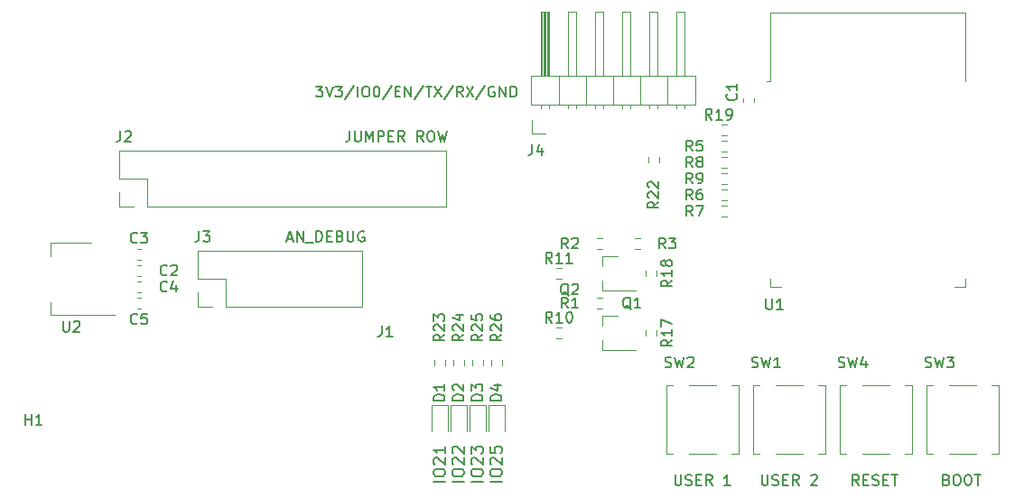
<source format=gbr>
%TF.GenerationSoftware,KiCad,Pcbnew,(5.99.0-9829-g074f0432f0)*%
%TF.CreationDate,2021-07-27T15:24:35+02:00*%
%TF.ProjectId,KM217-WiFi,4b4d3231-372d-4576-9946-692e6b696361,0.0.1*%
%TF.SameCoordinates,Original*%
%TF.FileFunction,Legend,Top*%
%TF.FilePolarity,Positive*%
%FSLAX46Y46*%
G04 Gerber Fmt 4.6, Leading zero omitted, Abs format (unit mm)*
G04 Created by KiCad (PCBNEW (5.99.0-9829-g074f0432f0)) date 2021-07-27 15:24:35*
%MOMM*%
%LPD*%
G01*
G04 APERTURE LIST*
%ADD10C,0.150000*%
%ADD11C,0.120000*%
G04 APERTURE END LIST*
D10*
X144494571Y-127341380D02*
X144494571Y-128150904D01*
X144542190Y-128246142D01*
X144589809Y-128293761D01*
X144685047Y-128341380D01*
X144875523Y-128341380D01*
X144970761Y-128293761D01*
X145018380Y-128246142D01*
X145066000Y-128150904D01*
X145066000Y-127341380D01*
X145494571Y-128293761D02*
X145637428Y-128341380D01*
X145875523Y-128341380D01*
X145970761Y-128293761D01*
X146018380Y-128246142D01*
X146066000Y-128150904D01*
X146066000Y-128055666D01*
X146018380Y-127960428D01*
X145970761Y-127912809D01*
X145875523Y-127865190D01*
X145685047Y-127817571D01*
X145589809Y-127769952D01*
X145542190Y-127722333D01*
X145494571Y-127627095D01*
X145494571Y-127531857D01*
X145542190Y-127436619D01*
X145589809Y-127389000D01*
X145685047Y-127341380D01*
X145923142Y-127341380D01*
X146066000Y-127389000D01*
X146494571Y-127817571D02*
X146827904Y-127817571D01*
X146970761Y-128341380D02*
X146494571Y-128341380D01*
X146494571Y-127341380D01*
X146970761Y-127341380D01*
X147970761Y-128341380D02*
X147637428Y-127865190D01*
X147399333Y-128341380D02*
X147399333Y-127341380D01*
X147780285Y-127341380D01*
X147875523Y-127389000D01*
X147923142Y-127436619D01*
X147970761Y-127531857D01*
X147970761Y-127674714D01*
X147923142Y-127769952D01*
X147875523Y-127817571D01*
X147780285Y-127865190D01*
X147399333Y-127865190D01*
X149113619Y-127436619D02*
X149161238Y-127389000D01*
X149256476Y-127341380D01*
X149494571Y-127341380D01*
X149589809Y-127389000D01*
X149637428Y-127436619D01*
X149685047Y-127531857D01*
X149685047Y-127627095D01*
X149637428Y-127769952D01*
X149066000Y-128341380D01*
X149685047Y-128341380D01*
X153614619Y-128341380D02*
X153281285Y-127865190D01*
X153043190Y-128341380D02*
X153043190Y-127341380D01*
X153424142Y-127341380D01*
X153519380Y-127389000D01*
X153567000Y-127436619D01*
X153614619Y-127531857D01*
X153614619Y-127674714D01*
X153567000Y-127769952D01*
X153519380Y-127817571D01*
X153424142Y-127865190D01*
X153043190Y-127865190D01*
X154043190Y-127817571D02*
X154376523Y-127817571D01*
X154519380Y-128341380D02*
X154043190Y-128341380D01*
X154043190Y-127341380D01*
X154519380Y-127341380D01*
X154900333Y-128293761D02*
X155043190Y-128341380D01*
X155281285Y-128341380D01*
X155376523Y-128293761D01*
X155424142Y-128246142D01*
X155471761Y-128150904D01*
X155471761Y-128055666D01*
X155424142Y-127960428D01*
X155376523Y-127912809D01*
X155281285Y-127865190D01*
X155090809Y-127817571D01*
X154995571Y-127769952D01*
X154947952Y-127722333D01*
X154900333Y-127627095D01*
X154900333Y-127531857D01*
X154947952Y-127436619D01*
X154995571Y-127389000D01*
X155090809Y-127341380D01*
X155328904Y-127341380D01*
X155471761Y-127389000D01*
X155900333Y-127817571D02*
X156233666Y-127817571D01*
X156376523Y-128341380D02*
X155900333Y-128341380D01*
X155900333Y-127341380D01*
X156376523Y-127341380D01*
X156662238Y-127341380D02*
X157233666Y-127341380D01*
X156947952Y-128341380D02*
X156947952Y-127341380D01*
X100012952Y-105195666D02*
X100489142Y-105195666D01*
X99917714Y-105481380D02*
X100251047Y-104481380D01*
X100584380Y-105481380D01*
X100917714Y-105481380D02*
X100917714Y-104481380D01*
X101489142Y-105481380D01*
X101489142Y-104481380D01*
X101727238Y-105576619D02*
X102489142Y-105576619D01*
X102727238Y-105481380D02*
X102727238Y-104481380D01*
X102965333Y-104481380D01*
X103108190Y-104529000D01*
X103203428Y-104624238D01*
X103251047Y-104719476D01*
X103298666Y-104909952D01*
X103298666Y-105052809D01*
X103251047Y-105243285D01*
X103203428Y-105338523D01*
X103108190Y-105433761D01*
X102965333Y-105481380D01*
X102727238Y-105481380D01*
X103727238Y-104957571D02*
X104060571Y-104957571D01*
X104203428Y-105481380D02*
X103727238Y-105481380D01*
X103727238Y-104481380D01*
X104203428Y-104481380D01*
X104965333Y-104957571D02*
X105108190Y-105005190D01*
X105155809Y-105052809D01*
X105203428Y-105148047D01*
X105203428Y-105290904D01*
X105155809Y-105386142D01*
X105108190Y-105433761D01*
X105012952Y-105481380D01*
X104632000Y-105481380D01*
X104632000Y-104481380D01*
X104965333Y-104481380D01*
X105060571Y-104529000D01*
X105108190Y-104576619D01*
X105155809Y-104671857D01*
X105155809Y-104767095D01*
X105108190Y-104862333D01*
X105060571Y-104909952D01*
X104965333Y-104957571D01*
X104632000Y-104957571D01*
X105632000Y-104481380D02*
X105632000Y-105290904D01*
X105679619Y-105386142D01*
X105727238Y-105433761D01*
X105822476Y-105481380D01*
X106012952Y-105481380D01*
X106108190Y-105433761D01*
X106155809Y-105386142D01*
X106203428Y-105290904D01*
X106203428Y-104481380D01*
X107203428Y-104529000D02*
X107108190Y-104481380D01*
X106965333Y-104481380D01*
X106822476Y-104529000D01*
X106727238Y-104624238D01*
X106679619Y-104719476D01*
X106632000Y-104909952D01*
X106632000Y-105052809D01*
X106679619Y-105243285D01*
X106727238Y-105338523D01*
X106822476Y-105433761D01*
X106965333Y-105481380D01*
X107060571Y-105481380D01*
X107203428Y-105433761D01*
X107251047Y-105386142D01*
X107251047Y-105052809D01*
X107060571Y-105052809D01*
X114808119Y-127988809D02*
X113708119Y-127988809D01*
X113708119Y-127255476D02*
X113708119Y-127045952D01*
X113760500Y-126941190D01*
X113865261Y-126836428D01*
X114074785Y-126784047D01*
X114441452Y-126784047D01*
X114650976Y-126836428D01*
X114755738Y-126941190D01*
X114808119Y-127045952D01*
X114808119Y-127255476D01*
X114755738Y-127360238D01*
X114650976Y-127465000D01*
X114441452Y-127517380D01*
X114074785Y-127517380D01*
X113865261Y-127465000D01*
X113760500Y-127360238D01*
X113708119Y-127255476D01*
X113812880Y-126365000D02*
X113760500Y-126312619D01*
X113708119Y-126207857D01*
X113708119Y-125945952D01*
X113760500Y-125841190D01*
X113812880Y-125788809D01*
X113917642Y-125736428D01*
X114022404Y-125736428D01*
X114179547Y-125788809D01*
X114808119Y-126417380D01*
X114808119Y-125736428D01*
X114808119Y-124688809D02*
X114808119Y-125317380D01*
X114808119Y-125003095D02*
X113708119Y-125003095D01*
X113865261Y-125107857D01*
X113970023Y-125212619D01*
X114022404Y-125317380D01*
X116579119Y-127988809D02*
X115479119Y-127988809D01*
X115479119Y-127255476D02*
X115479119Y-127045952D01*
X115531500Y-126941190D01*
X115636261Y-126836428D01*
X115845785Y-126784047D01*
X116212452Y-126784047D01*
X116421976Y-126836428D01*
X116526738Y-126941190D01*
X116579119Y-127045952D01*
X116579119Y-127255476D01*
X116526738Y-127360238D01*
X116421976Y-127465000D01*
X116212452Y-127517380D01*
X115845785Y-127517380D01*
X115636261Y-127465000D01*
X115531500Y-127360238D01*
X115479119Y-127255476D01*
X115583880Y-126365000D02*
X115531500Y-126312619D01*
X115479119Y-126207857D01*
X115479119Y-125945952D01*
X115531500Y-125841190D01*
X115583880Y-125788809D01*
X115688642Y-125736428D01*
X115793404Y-125736428D01*
X115950547Y-125788809D01*
X116579119Y-126417380D01*
X116579119Y-125736428D01*
X115583880Y-125317380D02*
X115531500Y-125265000D01*
X115479119Y-125160238D01*
X115479119Y-124898333D01*
X115531500Y-124793571D01*
X115583880Y-124741190D01*
X115688642Y-124688809D01*
X115793404Y-124688809D01*
X115950547Y-124741190D01*
X116579119Y-125369761D01*
X116579119Y-124688809D01*
X118350119Y-127988809D02*
X117250119Y-127988809D01*
X117250119Y-127255476D02*
X117250119Y-127045952D01*
X117302500Y-126941190D01*
X117407261Y-126836428D01*
X117616785Y-126784047D01*
X117983452Y-126784047D01*
X118192976Y-126836428D01*
X118297738Y-126941190D01*
X118350119Y-127045952D01*
X118350119Y-127255476D01*
X118297738Y-127360238D01*
X118192976Y-127465000D01*
X117983452Y-127517380D01*
X117616785Y-127517380D01*
X117407261Y-127465000D01*
X117302500Y-127360238D01*
X117250119Y-127255476D01*
X117354880Y-126365000D02*
X117302500Y-126312619D01*
X117250119Y-126207857D01*
X117250119Y-125945952D01*
X117302500Y-125841190D01*
X117354880Y-125788809D01*
X117459642Y-125736428D01*
X117564404Y-125736428D01*
X117721547Y-125788809D01*
X118350119Y-126417380D01*
X118350119Y-125736428D01*
X117250119Y-125369761D02*
X117250119Y-124688809D01*
X117669166Y-125055476D01*
X117669166Y-124898333D01*
X117721547Y-124793571D01*
X117773928Y-124741190D01*
X117878690Y-124688809D01*
X118140595Y-124688809D01*
X118245357Y-124741190D01*
X118297738Y-124793571D01*
X118350119Y-124898333D01*
X118350119Y-125212619D01*
X118297738Y-125317380D01*
X118245357Y-125369761D01*
X120121119Y-127988809D02*
X119021119Y-127988809D01*
X119021119Y-127255476D02*
X119021119Y-127045952D01*
X119073500Y-126941190D01*
X119178261Y-126836428D01*
X119387785Y-126784047D01*
X119754452Y-126784047D01*
X119963976Y-126836428D01*
X120068738Y-126941190D01*
X120121119Y-127045952D01*
X120121119Y-127255476D01*
X120068738Y-127360238D01*
X119963976Y-127465000D01*
X119754452Y-127517380D01*
X119387785Y-127517380D01*
X119178261Y-127465000D01*
X119073500Y-127360238D01*
X119021119Y-127255476D01*
X119125880Y-126365000D02*
X119073500Y-126312619D01*
X119021119Y-126207857D01*
X119021119Y-125945952D01*
X119073500Y-125841190D01*
X119125880Y-125788809D01*
X119230642Y-125736428D01*
X119335404Y-125736428D01*
X119492547Y-125788809D01*
X120121119Y-126417380D01*
X120121119Y-125736428D01*
X119021119Y-124741190D02*
X119021119Y-125265000D01*
X119544928Y-125317380D01*
X119492547Y-125265000D01*
X119440166Y-125160238D01*
X119440166Y-124898333D01*
X119492547Y-124793571D01*
X119544928Y-124741190D01*
X119649690Y-124688809D01*
X119911595Y-124688809D01*
X120016357Y-124741190D01*
X120068738Y-124793571D01*
X120121119Y-124898333D01*
X120121119Y-125160238D01*
X120068738Y-125265000D01*
X120016357Y-125317380D01*
X102712428Y-90892380D02*
X103331476Y-90892380D01*
X102998142Y-91273333D01*
X103141000Y-91273333D01*
X103236238Y-91320952D01*
X103283857Y-91368571D01*
X103331476Y-91463809D01*
X103331476Y-91701904D01*
X103283857Y-91797142D01*
X103236238Y-91844761D01*
X103141000Y-91892380D01*
X102855285Y-91892380D01*
X102760047Y-91844761D01*
X102712428Y-91797142D01*
X103617190Y-90892380D02*
X103950523Y-91892380D01*
X104283857Y-90892380D01*
X104521952Y-90892380D02*
X105141000Y-90892380D01*
X104807666Y-91273333D01*
X104950523Y-91273333D01*
X105045761Y-91320952D01*
X105093380Y-91368571D01*
X105141000Y-91463809D01*
X105141000Y-91701904D01*
X105093380Y-91797142D01*
X105045761Y-91844761D01*
X104950523Y-91892380D01*
X104664809Y-91892380D01*
X104569571Y-91844761D01*
X104521952Y-91797142D01*
X106283857Y-90844761D02*
X105426714Y-92130476D01*
X106617190Y-91892380D02*
X106617190Y-90892380D01*
X107283857Y-90892380D02*
X107474333Y-90892380D01*
X107569571Y-90940000D01*
X107664809Y-91035238D01*
X107712428Y-91225714D01*
X107712428Y-91559047D01*
X107664809Y-91749523D01*
X107569571Y-91844761D01*
X107474333Y-91892380D01*
X107283857Y-91892380D01*
X107188619Y-91844761D01*
X107093380Y-91749523D01*
X107045761Y-91559047D01*
X107045761Y-91225714D01*
X107093380Y-91035238D01*
X107188619Y-90940000D01*
X107283857Y-90892380D01*
X108331476Y-90892380D02*
X108426714Y-90892380D01*
X108521952Y-90940000D01*
X108569571Y-90987619D01*
X108617190Y-91082857D01*
X108664809Y-91273333D01*
X108664809Y-91511428D01*
X108617190Y-91701904D01*
X108569571Y-91797142D01*
X108521952Y-91844761D01*
X108426714Y-91892380D01*
X108331476Y-91892380D01*
X108236238Y-91844761D01*
X108188619Y-91797142D01*
X108141000Y-91701904D01*
X108093380Y-91511428D01*
X108093380Y-91273333D01*
X108141000Y-91082857D01*
X108188619Y-90987619D01*
X108236238Y-90940000D01*
X108331476Y-90892380D01*
X109807666Y-90844761D02*
X108950523Y-92130476D01*
X110141000Y-91368571D02*
X110474333Y-91368571D01*
X110617190Y-91892380D02*
X110141000Y-91892380D01*
X110141000Y-90892380D01*
X110617190Y-90892380D01*
X111045761Y-91892380D02*
X111045761Y-90892380D01*
X111617190Y-91892380D01*
X111617190Y-90892380D01*
X112807666Y-90844761D02*
X111950523Y-92130476D01*
X112998142Y-90892380D02*
X113569571Y-90892380D01*
X113283857Y-91892380D02*
X113283857Y-90892380D01*
X113807666Y-90892380D02*
X114474333Y-91892380D01*
X114474333Y-90892380D02*
X113807666Y-91892380D01*
X115569571Y-90844761D02*
X114712428Y-92130476D01*
X116474333Y-91892380D02*
X116141000Y-91416190D01*
X115902904Y-91892380D02*
X115902904Y-90892380D01*
X116283857Y-90892380D01*
X116379095Y-90940000D01*
X116426714Y-90987619D01*
X116474333Y-91082857D01*
X116474333Y-91225714D01*
X116426714Y-91320952D01*
X116379095Y-91368571D01*
X116283857Y-91416190D01*
X115902904Y-91416190D01*
X116807666Y-90892380D02*
X117474333Y-91892380D01*
X117474333Y-90892380D02*
X116807666Y-91892380D01*
X118569571Y-90844761D02*
X117712428Y-92130476D01*
X119426714Y-90940000D02*
X119331476Y-90892380D01*
X119188619Y-90892380D01*
X119045761Y-90940000D01*
X118950523Y-91035238D01*
X118902904Y-91130476D01*
X118855285Y-91320952D01*
X118855285Y-91463809D01*
X118902904Y-91654285D01*
X118950523Y-91749523D01*
X119045761Y-91844761D01*
X119188619Y-91892380D01*
X119283857Y-91892380D01*
X119426714Y-91844761D01*
X119474333Y-91797142D01*
X119474333Y-91463809D01*
X119283857Y-91463809D01*
X119902904Y-91892380D02*
X119902904Y-90892380D01*
X120474333Y-91892380D01*
X120474333Y-90892380D01*
X120950523Y-91892380D02*
X120950523Y-90892380D01*
X121188619Y-90892380D01*
X121331476Y-90940000D01*
X121426714Y-91035238D01*
X121474333Y-91130476D01*
X121521952Y-91320952D01*
X121521952Y-91463809D01*
X121474333Y-91654285D01*
X121426714Y-91749523D01*
X121331476Y-91844761D01*
X121188619Y-91892380D01*
X120950523Y-91892380D01*
X161837857Y-127817571D02*
X161980714Y-127865190D01*
X162028333Y-127912809D01*
X162075952Y-128008047D01*
X162075952Y-128150904D01*
X162028333Y-128246142D01*
X161980714Y-128293761D01*
X161885476Y-128341380D01*
X161504523Y-128341380D01*
X161504523Y-127341380D01*
X161837857Y-127341380D01*
X161933095Y-127389000D01*
X161980714Y-127436619D01*
X162028333Y-127531857D01*
X162028333Y-127627095D01*
X161980714Y-127722333D01*
X161933095Y-127769952D01*
X161837857Y-127817571D01*
X161504523Y-127817571D01*
X162695000Y-127341380D02*
X162885476Y-127341380D01*
X162980714Y-127389000D01*
X163075952Y-127484238D01*
X163123571Y-127674714D01*
X163123571Y-128008047D01*
X163075952Y-128198523D01*
X162980714Y-128293761D01*
X162885476Y-128341380D01*
X162695000Y-128341380D01*
X162599761Y-128293761D01*
X162504523Y-128198523D01*
X162456904Y-128008047D01*
X162456904Y-127674714D01*
X162504523Y-127484238D01*
X162599761Y-127389000D01*
X162695000Y-127341380D01*
X163742619Y-127341380D02*
X163933095Y-127341380D01*
X164028333Y-127389000D01*
X164123571Y-127484238D01*
X164171190Y-127674714D01*
X164171190Y-128008047D01*
X164123571Y-128198523D01*
X164028333Y-128293761D01*
X163933095Y-128341380D01*
X163742619Y-128341380D01*
X163647380Y-128293761D01*
X163552142Y-128198523D01*
X163504523Y-128008047D01*
X163504523Y-127674714D01*
X163552142Y-127484238D01*
X163647380Y-127389000D01*
X163742619Y-127341380D01*
X164456904Y-127341380D02*
X165028333Y-127341380D01*
X164742619Y-128341380D02*
X164742619Y-127341380D01*
X105855047Y-95083380D02*
X105855047Y-95797666D01*
X105807428Y-95940523D01*
X105712190Y-96035761D01*
X105569333Y-96083380D01*
X105474095Y-96083380D01*
X106331238Y-95083380D02*
X106331238Y-95892904D01*
X106378857Y-95988142D01*
X106426476Y-96035761D01*
X106521714Y-96083380D01*
X106712190Y-96083380D01*
X106807428Y-96035761D01*
X106855047Y-95988142D01*
X106902666Y-95892904D01*
X106902666Y-95083380D01*
X107378857Y-96083380D02*
X107378857Y-95083380D01*
X107712190Y-95797666D01*
X108045523Y-95083380D01*
X108045523Y-96083380D01*
X108521714Y-96083380D02*
X108521714Y-95083380D01*
X108902666Y-95083380D01*
X108997904Y-95131000D01*
X109045523Y-95178619D01*
X109093142Y-95273857D01*
X109093142Y-95416714D01*
X109045523Y-95511952D01*
X108997904Y-95559571D01*
X108902666Y-95607190D01*
X108521714Y-95607190D01*
X109521714Y-95559571D02*
X109855047Y-95559571D01*
X109997904Y-96083380D02*
X109521714Y-96083380D01*
X109521714Y-95083380D01*
X109997904Y-95083380D01*
X110997904Y-96083380D02*
X110664571Y-95607190D01*
X110426476Y-96083380D02*
X110426476Y-95083380D01*
X110807428Y-95083380D01*
X110902666Y-95131000D01*
X110950285Y-95178619D01*
X110997904Y-95273857D01*
X110997904Y-95416714D01*
X110950285Y-95511952D01*
X110902666Y-95559571D01*
X110807428Y-95607190D01*
X110426476Y-95607190D01*
X112759809Y-96083380D02*
X112426476Y-95607190D01*
X112188380Y-96083380D02*
X112188380Y-95083380D01*
X112569333Y-95083380D01*
X112664571Y-95131000D01*
X112712190Y-95178619D01*
X112759809Y-95273857D01*
X112759809Y-95416714D01*
X112712190Y-95511952D01*
X112664571Y-95559571D01*
X112569333Y-95607190D01*
X112188380Y-95607190D01*
X113378857Y-95083380D02*
X113569333Y-95083380D01*
X113664571Y-95131000D01*
X113759809Y-95226238D01*
X113807428Y-95416714D01*
X113807428Y-95750047D01*
X113759809Y-95940523D01*
X113664571Y-96035761D01*
X113569333Y-96083380D01*
X113378857Y-96083380D01*
X113283619Y-96035761D01*
X113188380Y-95940523D01*
X113140761Y-95750047D01*
X113140761Y-95416714D01*
X113188380Y-95226238D01*
X113283619Y-95131000D01*
X113378857Y-95083380D01*
X114140761Y-95083380D02*
X114378857Y-96083380D01*
X114569333Y-95369095D01*
X114759809Y-96083380D01*
X114997904Y-95083380D01*
X136366571Y-127341380D02*
X136366571Y-128150904D01*
X136414190Y-128246142D01*
X136461809Y-128293761D01*
X136557047Y-128341380D01*
X136747523Y-128341380D01*
X136842761Y-128293761D01*
X136890380Y-128246142D01*
X136938000Y-128150904D01*
X136938000Y-127341380D01*
X137366571Y-128293761D02*
X137509428Y-128341380D01*
X137747523Y-128341380D01*
X137842761Y-128293761D01*
X137890380Y-128246142D01*
X137938000Y-128150904D01*
X137938000Y-128055666D01*
X137890380Y-127960428D01*
X137842761Y-127912809D01*
X137747523Y-127865190D01*
X137557047Y-127817571D01*
X137461809Y-127769952D01*
X137414190Y-127722333D01*
X137366571Y-127627095D01*
X137366571Y-127531857D01*
X137414190Y-127436619D01*
X137461809Y-127389000D01*
X137557047Y-127341380D01*
X137795142Y-127341380D01*
X137938000Y-127389000D01*
X138366571Y-127817571D02*
X138699904Y-127817571D01*
X138842761Y-128341380D02*
X138366571Y-128341380D01*
X138366571Y-127341380D01*
X138842761Y-127341380D01*
X139842761Y-128341380D02*
X139509428Y-127865190D01*
X139271333Y-128341380D02*
X139271333Y-127341380D01*
X139652285Y-127341380D01*
X139747523Y-127389000D01*
X139795142Y-127436619D01*
X139842761Y-127531857D01*
X139842761Y-127674714D01*
X139795142Y-127769952D01*
X139747523Y-127817571D01*
X139652285Y-127865190D01*
X139271333Y-127865190D01*
X141557047Y-128341380D02*
X140985619Y-128341380D01*
X141271333Y-128341380D02*
X141271333Y-127341380D01*
X141176095Y-127484238D01*
X141080857Y-127579476D01*
X140985619Y-127627095D01*
%TO.C,J1*%
X108886666Y-113371380D02*
X108886666Y-114085666D01*
X108839047Y-114228523D01*
X108743809Y-114323761D01*
X108600952Y-114371380D01*
X108505714Y-114371380D01*
X109886666Y-114371380D02*
X109315238Y-114371380D01*
X109600952Y-114371380D02*
X109600952Y-113371380D01*
X109505714Y-113514238D01*
X109410476Y-113609476D01*
X109315238Y-113657095D01*
%TO.C,R2*%
X126325333Y-106116380D02*
X125992000Y-105640190D01*
X125753904Y-106116380D02*
X125753904Y-105116380D01*
X126134857Y-105116380D01*
X126230095Y-105164000D01*
X126277714Y-105211619D01*
X126325333Y-105306857D01*
X126325333Y-105449714D01*
X126277714Y-105544952D01*
X126230095Y-105592571D01*
X126134857Y-105640190D01*
X125753904Y-105640190D01*
X126706285Y-105211619D02*
X126753904Y-105164000D01*
X126849142Y-105116380D01*
X127087238Y-105116380D01*
X127182476Y-105164000D01*
X127230095Y-105211619D01*
X127277714Y-105306857D01*
X127277714Y-105402095D01*
X127230095Y-105544952D01*
X126658666Y-106116380D01*
X127277714Y-106116380D01*
%TO.C,R8*%
X138009333Y-98496380D02*
X137676000Y-98020190D01*
X137437904Y-98496380D02*
X137437904Y-97496380D01*
X137818857Y-97496380D01*
X137914095Y-97544000D01*
X137961714Y-97591619D01*
X138009333Y-97686857D01*
X138009333Y-97829714D01*
X137961714Y-97924952D01*
X137914095Y-97972571D01*
X137818857Y-98020190D01*
X137437904Y-98020190D01*
X138580761Y-97924952D02*
X138485523Y-97877333D01*
X138437904Y-97829714D01*
X138390285Y-97734476D01*
X138390285Y-97686857D01*
X138437904Y-97591619D01*
X138485523Y-97544000D01*
X138580761Y-97496380D01*
X138771238Y-97496380D01*
X138866476Y-97544000D01*
X138914095Y-97591619D01*
X138961714Y-97686857D01*
X138961714Y-97734476D01*
X138914095Y-97829714D01*
X138866476Y-97877333D01*
X138771238Y-97924952D01*
X138580761Y-97924952D01*
X138485523Y-97972571D01*
X138437904Y-98020190D01*
X138390285Y-98115428D01*
X138390285Y-98305904D01*
X138437904Y-98401142D01*
X138485523Y-98448761D01*
X138580761Y-98496380D01*
X138771238Y-98496380D01*
X138866476Y-98448761D01*
X138914095Y-98401142D01*
X138961714Y-98305904D01*
X138961714Y-98115428D01*
X138914095Y-98020190D01*
X138866476Y-97972571D01*
X138771238Y-97924952D01*
%TO.C,SW2*%
X135445666Y-117244761D02*
X135588523Y-117292380D01*
X135826619Y-117292380D01*
X135921857Y-117244761D01*
X135969476Y-117197142D01*
X136017095Y-117101904D01*
X136017095Y-117006666D01*
X135969476Y-116911428D01*
X135921857Y-116863809D01*
X135826619Y-116816190D01*
X135636142Y-116768571D01*
X135540904Y-116720952D01*
X135493285Y-116673333D01*
X135445666Y-116578095D01*
X135445666Y-116482857D01*
X135493285Y-116387619D01*
X135540904Y-116340000D01*
X135636142Y-116292380D01*
X135874238Y-116292380D01*
X136017095Y-116340000D01*
X136350428Y-116292380D02*
X136588523Y-117292380D01*
X136779000Y-116578095D01*
X136969476Y-117292380D01*
X137207571Y-116292380D01*
X137540904Y-116387619D02*
X137588523Y-116340000D01*
X137683761Y-116292380D01*
X137921857Y-116292380D01*
X138017095Y-116340000D01*
X138064714Y-116387619D01*
X138112333Y-116482857D01*
X138112333Y-116578095D01*
X138064714Y-116720952D01*
X137493285Y-117292380D01*
X138112333Y-117292380D01*
%TO.C,C5*%
X85939333Y-113133142D02*
X85891714Y-113180761D01*
X85748857Y-113228380D01*
X85653619Y-113228380D01*
X85510761Y-113180761D01*
X85415523Y-113085523D01*
X85367904Y-112990285D01*
X85320285Y-112799809D01*
X85320285Y-112656952D01*
X85367904Y-112466476D01*
X85415523Y-112371238D01*
X85510761Y-112276000D01*
X85653619Y-112228380D01*
X85748857Y-112228380D01*
X85891714Y-112276000D01*
X85939333Y-112323619D01*
X86844095Y-112228380D02*
X86367904Y-112228380D01*
X86320285Y-112704571D01*
X86367904Y-112656952D01*
X86463142Y-112609333D01*
X86701238Y-112609333D01*
X86796476Y-112656952D01*
X86844095Y-112704571D01*
X86891714Y-112799809D01*
X86891714Y-113037904D01*
X86844095Y-113133142D01*
X86796476Y-113180761D01*
X86701238Y-113228380D01*
X86463142Y-113228380D01*
X86367904Y-113180761D01*
X86320285Y-113133142D01*
%TO.C,D1*%
X114752380Y-120372095D02*
X113752380Y-120372095D01*
X113752380Y-120134000D01*
X113800000Y-119991142D01*
X113895238Y-119895904D01*
X113990476Y-119848285D01*
X114180952Y-119800666D01*
X114323809Y-119800666D01*
X114514285Y-119848285D01*
X114609523Y-119895904D01*
X114704761Y-119991142D01*
X114752380Y-120134000D01*
X114752380Y-120372095D01*
X114752380Y-118848285D02*
X114752380Y-119419714D01*
X114752380Y-119134000D02*
X113752380Y-119134000D01*
X113895238Y-119229238D01*
X113990476Y-119324476D01*
X114038095Y-119419714D01*
%TO.C,R10*%
X124833142Y-113068380D02*
X124499809Y-112592190D01*
X124261714Y-113068380D02*
X124261714Y-112068380D01*
X124642666Y-112068380D01*
X124737904Y-112116000D01*
X124785523Y-112163619D01*
X124833142Y-112258857D01*
X124833142Y-112401714D01*
X124785523Y-112496952D01*
X124737904Y-112544571D01*
X124642666Y-112592190D01*
X124261714Y-112592190D01*
X125785523Y-113068380D02*
X125214095Y-113068380D01*
X125499809Y-113068380D02*
X125499809Y-112068380D01*
X125404571Y-112211238D01*
X125309333Y-112306476D01*
X125214095Y-112354095D01*
X126404571Y-112068380D02*
X126499809Y-112068380D01*
X126595047Y-112116000D01*
X126642666Y-112163619D01*
X126690285Y-112258857D01*
X126737904Y-112449333D01*
X126737904Y-112687428D01*
X126690285Y-112877904D01*
X126642666Y-112973142D01*
X126595047Y-113020761D01*
X126499809Y-113068380D01*
X126404571Y-113068380D01*
X126309333Y-113020761D01*
X126261714Y-112973142D01*
X126214095Y-112877904D01*
X126166476Y-112687428D01*
X126166476Y-112449333D01*
X126214095Y-112258857D01*
X126261714Y-112163619D01*
X126309333Y-112116000D01*
X126404571Y-112068380D01*
%TO.C,H1*%
X75438095Y-122652380D02*
X75438095Y-121652380D01*
X75438095Y-122128571D02*
X76009523Y-122128571D01*
X76009523Y-122652380D02*
X76009523Y-121652380D01*
X77009523Y-122652380D02*
X76438095Y-122652380D01*
X76723809Y-122652380D02*
X76723809Y-121652380D01*
X76628571Y-121795238D01*
X76533333Y-121890476D01*
X76438095Y-121938095D01*
%TO.C,R11*%
X124833142Y-107480380D02*
X124499809Y-107004190D01*
X124261714Y-107480380D02*
X124261714Y-106480380D01*
X124642666Y-106480380D01*
X124737904Y-106528000D01*
X124785523Y-106575619D01*
X124833142Y-106670857D01*
X124833142Y-106813714D01*
X124785523Y-106908952D01*
X124737904Y-106956571D01*
X124642666Y-107004190D01*
X124261714Y-107004190D01*
X125785523Y-107480380D02*
X125214095Y-107480380D01*
X125499809Y-107480380D02*
X125499809Y-106480380D01*
X125404571Y-106623238D01*
X125309333Y-106718476D01*
X125214095Y-106766095D01*
X126737904Y-107480380D02*
X126166476Y-107480380D01*
X126452190Y-107480380D02*
X126452190Y-106480380D01*
X126356952Y-106623238D01*
X126261714Y-106718476D01*
X126166476Y-106766095D01*
%TO.C,Q2*%
X126396761Y-110529619D02*
X126301523Y-110482000D01*
X126206285Y-110386761D01*
X126063428Y-110243904D01*
X125968190Y-110196285D01*
X125872952Y-110196285D01*
X125920571Y-110434380D02*
X125825333Y-110386761D01*
X125730095Y-110291523D01*
X125682476Y-110101047D01*
X125682476Y-109767714D01*
X125730095Y-109577238D01*
X125825333Y-109482000D01*
X125920571Y-109434380D01*
X126111047Y-109434380D01*
X126206285Y-109482000D01*
X126301523Y-109577238D01*
X126349142Y-109767714D01*
X126349142Y-110101047D01*
X126301523Y-110291523D01*
X126206285Y-110386761D01*
X126111047Y-110434380D01*
X125920571Y-110434380D01*
X126730095Y-109529619D02*
X126777714Y-109482000D01*
X126872952Y-109434380D01*
X127111047Y-109434380D01*
X127206285Y-109482000D01*
X127253904Y-109529619D01*
X127301523Y-109624857D01*
X127301523Y-109720095D01*
X127253904Y-109862952D01*
X126682476Y-110434380D01*
X127301523Y-110434380D01*
%TO.C,R24*%
X116530380Y-114180857D02*
X116054190Y-114514190D01*
X116530380Y-114752285D02*
X115530380Y-114752285D01*
X115530380Y-114371333D01*
X115578000Y-114276095D01*
X115625619Y-114228476D01*
X115720857Y-114180857D01*
X115863714Y-114180857D01*
X115958952Y-114228476D01*
X116006571Y-114276095D01*
X116054190Y-114371333D01*
X116054190Y-114752285D01*
X115625619Y-113799904D02*
X115578000Y-113752285D01*
X115530380Y-113657047D01*
X115530380Y-113418952D01*
X115578000Y-113323714D01*
X115625619Y-113276095D01*
X115720857Y-113228476D01*
X115816095Y-113228476D01*
X115958952Y-113276095D01*
X116530380Y-113847523D01*
X116530380Y-113228476D01*
X115863714Y-112371333D02*
X116530380Y-112371333D01*
X115482761Y-112609428D02*
X116197047Y-112847523D01*
X116197047Y-112228476D01*
%TO.C,R1*%
X126325333Y-111704380D02*
X125992000Y-111228190D01*
X125753904Y-111704380D02*
X125753904Y-110704380D01*
X126134857Y-110704380D01*
X126230095Y-110752000D01*
X126277714Y-110799619D01*
X126325333Y-110894857D01*
X126325333Y-111037714D01*
X126277714Y-111132952D01*
X126230095Y-111180571D01*
X126134857Y-111228190D01*
X125753904Y-111228190D01*
X127277714Y-111704380D02*
X126706285Y-111704380D01*
X126992000Y-111704380D02*
X126992000Y-110704380D01*
X126896761Y-110847238D01*
X126801523Y-110942476D01*
X126706285Y-110990095D01*
%TO.C,J2*%
X84375666Y-95083380D02*
X84375666Y-95797666D01*
X84328047Y-95940523D01*
X84232809Y-96035761D01*
X84089952Y-96083380D01*
X83994714Y-96083380D01*
X84804238Y-95178619D02*
X84851857Y-95131000D01*
X84947095Y-95083380D01*
X85185190Y-95083380D01*
X85280428Y-95131000D01*
X85328047Y-95178619D01*
X85375666Y-95273857D01*
X85375666Y-95369095D01*
X85328047Y-95511952D01*
X84756619Y-96083380D01*
X85375666Y-96083380D01*
%TO.C,Q1*%
X132238761Y-111799619D02*
X132143523Y-111752000D01*
X132048285Y-111656761D01*
X131905428Y-111513904D01*
X131810190Y-111466285D01*
X131714952Y-111466285D01*
X131762571Y-111704380D02*
X131667333Y-111656761D01*
X131572095Y-111561523D01*
X131524476Y-111371047D01*
X131524476Y-111037714D01*
X131572095Y-110847238D01*
X131667333Y-110752000D01*
X131762571Y-110704380D01*
X131953047Y-110704380D01*
X132048285Y-110752000D01*
X132143523Y-110847238D01*
X132191142Y-111037714D01*
X132191142Y-111371047D01*
X132143523Y-111561523D01*
X132048285Y-111656761D01*
X131953047Y-111704380D01*
X131762571Y-111704380D01*
X133143523Y-111704380D02*
X132572095Y-111704380D01*
X132857809Y-111704380D02*
X132857809Y-110704380D01*
X132762571Y-110847238D01*
X132667333Y-110942476D01*
X132572095Y-110990095D01*
%TO.C,R3*%
X135469333Y-106116380D02*
X135136000Y-105640190D01*
X134897904Y-106116380D02*
X134897904Y-105116380D01*
X135278857Y-105116380D01*
X135374095Y-105164000D01*
X135421714Y-105211619D01*
X135469333Y-105306857D01*
X135469333Y-105449714D01*
X135421714Y-105544952D01*
X135374095Y-105592571D01*
X135278857Y-105640190D01*
X134897904Y-105640190D01*
X135802666Y-105116380D02*
X136421714Y-105116380D01*
X136088380Y-105497333D01*
X136231238Y-105497333D01*
X136326476Y-105544952D01*
X136374095Y-105592571D01*
X136421714Y-105687809D01*
X136421714Y-105925904D01*
X136374095Y-106021142D01*
X136326476Y-106068761D01*
X136231238Y-106116380D01*
X135945523Y-106116380D01*
X135850285Y-106068761D01*
X135802666Y-106021142D01*
%TO.C,R5*%
X138009333Y-96972380D02*
X137676000Y-96496190D01*
X137437904Y-96972380D02*
X137437904Y-95972380D01*
X137818857Y-95972380D01*
X137914095Y-96020000D01*
X137961714Y-96067619D01*
X138009333Y-96162857D01*
X138009333Y-96305714D01*
X137961714Y-96400952D01*
X137914095Y-96448571D01*
X137818857Y-96496190D01*
X137437904Y-96496190D01*
X138914095Y-95972380D02*
X138437904Y-95972380D01*
X138390285Y-96448571D01*
X138437904Y-96400952D01*
X138533142Y-96353333D01*
X138771238Y-96353333D01*
X138866476Y-96400952D01*
X138914095Y-96448571D01*
X138961714Y-96543809D01*
X138961714Y-96781904D01*
X138914095Y-96877142D01*
X138866476Y-96924761D01*
X138771238Y-96972380D01*
X138533142Y-96972380D01*
X138437904Y-96924761D01*
X138390285Y-96877142D01*
%TO.C,D4*%
X120086380Y-120372095D02*
X119086380Y-120372095D01*
X119086380Y-120134000D01*
X119134000Y-119991142D01*
X119229238Y-119895904D01*
X119324476Y-119848285D01*
X119514952Y-119800666D01*
X119657809Y-119800666D01*
X119848285Y-119848285D01*
X119943523Y-119895904D01*
X120038761Y-119991142D01*
X120086380Y-120134000D01*
X120086380Y-120372095D01*
X119419714Y-118943523D02*
X120086380Y-118943523D01*
X119038761Y-119181619D02*
X119753047Y-119419714D01*
X119753047Y-118800666D01*
%TO.C,R17*%
X136088380Y-114688857D02*
X135612190Y-115022190D01*
X136088380Y-115260285D02*
X135088380Y-115260285D01*
X135088380Y-114879333D01*
X135136000Y-114784095D01*
X135183619Y-114736476D01*
X135278857Y-114688857D01*
X135421714Y-114688857D01*
X135516952Y-114736476D01*
X135564571Y-114784095D01*
X135612190Y-114879333D01*
X135612190Y-115260285D01*
X136088380Y-113736476D02*
X136088380Y-114307904D01*
X136088380Y-114022190D02*
X135088380Y-114022190D01*
X135231238Y-114117428D01*
X135326476Y-114212666D01*
X135374095Y-114307904D01*
X135088380Y-113403142D02*
X135088380Y-112736476D01*
X136088380Y-113165047D01*
%TO.C,D3*%
X118308380Y-120372095D02*
X117308380Y-120372095D01*
X117308380Y-120134000D01*
X117356000Y-119991142D01*
X117451238Y-119895904D01*
X117546476Y-119848285D01*
X117736952Y-119800666D01*
X117879809Y-119800666D01*
X118070285Y-119848285D01*
X118165523Y-119895904D01*
X118260761Y-119991142D01*
X118308380Y-120134000D01*
X118308380Y-120372095D01*
X117308380Y-119467333D02*
X117308380Y-118848285D01*
X117689333Y-119181619D01*
X117689333Y-119038761D01*
X117736952Y-118943523D01*
X117784571Y-118895904D01*
X117879809Y-118848285D01*
X118117904Y-118848285D01*
X118213142Y-118895904D01*
X118260761Y-118943523D01*
X118308380Y-119038761D01*
X118308380Y-119324476D01*
X118260761Y-119419714D01*
X118213142Y-119467333D01*
%TO.C,SW1*%
X143573666Y-117244761D02*
X143716523Y-117292380D01*
X143954619Y-117292380D01*
X144049857Y-117244761D01*
X144097476Y-117197142D01*
X144145095Y-117101904D01*
X144145095Y-117006666D01*
X144097476Y-116911428D01*
X144049857Y-116863809D01*
X143954619Y-116816190D01*
X143764142Y-116768571D01*
X143668904Y-116720952D01*
X143621285Y-116673333D01*
X143573666Y-116578095D01*
X143573666Y-116482857D01*
X143621285Y-116387619D01*
X143668904Y-116340000D01*
X143764142Y-116292380D01*
X144002238Y-116292380D01*
X144145095Y-116340000D01*
X144478428Y-116292380D02*
X144716523Y-117292380D01*
X144907000Y-116578095D01*
X145097476Y-117292380D01*
X145335571Y-116292380D01*
X146240333Y-117292380D02*
X145668904Y-117292380D01*
X145954619Y-117292380D02*
X145954619Y-116292380D01*
X145859380Y-116435238D01*
X145764142Y-116530476D01*
X145668904Y-116578095D01*
%TO.C,R18*%
X136088380Y-109100857D02*
X135612190Y-109434190D01*
X136088380Y-109672285D02*
X135088380Y-109672285D01*
X135088380Y-109291333D01*
X135136000Y-109196095D01*
X135183619Y-109148476D01*
X135278857Y-109100857D01*
X135421714Y-109100857D01*
X135516952Y-109148476D01*
X135564571Y-109196095D01*
X135612190Y-109291333D01*
X135612190Y-109672285D01*
X136088380Y-108148476D02*
X136088380Y-108719904D01*
X136088380Y-108434190D02*
X135088380Y-108434190D01*
X135231238Y-108529428D01*
X135326476Y-108624666D01*
X135374095Y-108719904D01*
X135516952Y-107577047D02*
X135469333Y-107672285D01*
X135421714Y-107719904D01*
X135326476Y-107767523D01*
X135278857Y-107767523D01*
X135183619Y-107719904D01*
X135136000Y-107672285D01*
X135088380Y-107577047D01*
X135088380Y-107386571D01*
X135136000Y-107291333D01*
X135183619Y-107243714D01*
X135278857Y-107196095D01*
X135326476Y-107196095D01*
X135421714Y-107243714D01*
X135469333Y-107291333D01*
X135516952Y-107386571D01*
X135516952Y-107577047D01*
X135564571Y-107672285D01*
X135612190Y-107719904D01*
X135707428Y-107767523D01*
X135897904Y-107767523D01*
X135993142Y-107719904D01*
X136040761Y-107672285D01*
X136088380Y-107577047D01*
X136088380Y-107386571D01*
X136040761Y-107291333D01*
X135993142Y-107243714D01*
X135897904Y-107196095D01*
X135707428Y-107196095D01*
X135612190Y-107243714D01*
X135564571Y-107291333D01*
X135516952Y-107386571D01*
%TO.C,R25*%
X118308380Y-114180857D02*
X117832190Y-114514190D01*
X118308380Y-114752285D02*
X117308380Y-114752285D01*
X117308380Y-114371333D01*
X117356000Y-114276095D01*
X117403619Y-114228476D01*
X117498857Y-114180857D01*
X117641714Y-114180857D01*
X117736952Y-114228476D01*
X117784571Y-114276095D01*
X117832190Y-114371333D01*
X117832190Y-114752285D01*
X117403619Y-113799904D02*
X117356000Y-113752285D01*
X117308380Y-113657047D01*
X117308380Y-113418952D01*
X117356000Y-113323714D01*
X117403619Y-113276095D01*
X117498857Y-113228476D01*
X117594095Y-113228476D01*
X117736952Y-113276095D01*
X118308380Y-113847523D01*
X118308380Y-113228476D01*
X117308380Y-112323714D02*
X117308380Y-112799904D01*
X117784571Y-112847523D01*
X117736952Y-112799904D01*
X117689333Y-112704666D01*
X117689333Y-112466571D01*
X117736952Y-112371333D01*
X117784571Y-112323714D01*
X117879809Y-112276095D01*
X118117904Y-112276095D01*
X118213142Y-112323714D01*
X118260761Y-112371333D01*
X118308380Y-112466571D01*
X118308380Y-112704666D01*
X118260761Y-112799904D01*
X118213142Y-112847523D01*
%TO.C,C4*%
X88733333Y-110085142D02*
X88685714Y-110132761D01*
X88542857Y-110180380D01*
X88447619Y-110180380D01*
X88304761Y-110132761D01*
X88209523Y-110037523D01*
X88161904Y-109942285D01*
X88114285Y-109751809D01*
X88114285Y-109608952D01*
X88161904Y-109418476D01*
X88209523Y-109323238D01*
X88304761Y-109228000D01*
X88447619Y-109180380D01*
X88542857Y-109180380D01*
X88685714Y-109228000D01*
X88733333Y-109275619D01*
X89590476Y-109513714D02*
X89590476Y-110180380D01*
X89352380Y-109132761D02*
X89114285Y-109847047D01*
X89733333Y-109847047D01*
%TO.C,SW3*%
X159829666Y-117244761D02*
X159972523Y-117292380D01*
X160210619Y-117292380D01*
X160305857Y-117244761D01*
X160353476Y-117197142D01*
X160401095Y-117101904D01*
X160401095Y-117006666D01*
X160353476Y-116911428D01*
X160305857Y-116863809D01*
X160210619Y-116816190D01*
X160020142Y-116768571D01*
X159924904Y-116720952D01*
X159877285Y-116673333D01*
X159829666Y-116578095D01*
X159829666Y-116482857D01*
X159877285Y-116387619D01*
X159924904Y-116340000D01*
X160020142Y-116292380D01*
X160258238Y-116292380D01*
X160401095Y-116340000D01*
X160734428Y-116292380D02*
X160972523Y-117292380D01*
X161163000Y-116578095D01*
X161353476Y-117292380D01*
X161591571Y-116292380D01*
X161877285Y-116292380D02*
X162496333Y-116292380D01*
X162163000Y-116673333D01*
X162305857Y-116673333D01*
X162401095Y-116720952D01*
X162448714Y-116768571D01*
X162496333Y-116863809D01*
X162496333Y-117101904D01*
X162448714Y-117197142D01*
X162401095Y-117244761D01*
X162305857Y-117292380D01*
X162020142Y-117292380D01*
X161924904Y-117244761D01*
X161877285Y-117197142D01*
%TO.C,U2*%
X78994095Y-112918380D02*
X78994095Y-113727904D01*
X79041714Y-113823142D01*
X79089333Y-113870761D01*
X79184571Y-113918380D01*
X79375047Y-113918380D01*
X79470285Y-113870761D01*
X79517904Y-113823142D01*
X79565523Y-113727904D01*
X79565523Y-112918380D01*
X79994095Y-113013619D02*
X80041714Y-112966000D01*
X80136952Y-112918380D01*
X80375047Y-112918380D01*
X80470285Y-112966000D01*
X80517904Y-113013619D01*
X80565523Y-113108857D01*
X80565523Y-113204095D01*
X80517904Y-113346952D01*
X79946476Y-113918380D01*
X80565523Y-113918380D01*
%TO.C,R7*%
X138009333Y-103068380D02*
X137676000Y-102592190D01*
X137437904Y-103068380D02*
X137437904Y-102068380D01*
X137818857Y-102068380D01*
X137914095Y-102116000D01*
X137961714Y-102163619D01*
X138009333Y-102258857D01*
X138009333Y-102401714D01*
X137961714Y-102496952D01*
X137914095Y-102544571D01*
X137818857Y-102592190D01*
X137437904Y-102592190D01*
X138342666Y-102068380D02*
X139009333Y-102068380D01*
X138580761Y-103068380D01*
%TO.C,SW4*%
X151701666Y-117244761D02*
X151844523Y-117292380D01*
X152082619Y-117292380D01*
X152177857Y-117244761D01*
X152225476Y-117197142D01*
X152273095Y-117101904D01*
X152273095Y-117006666D01*
X152225476Y-116911428D01*
X152177857Y-116863809D01*
X152082619Y-116816190D01*
X151892142Y-116768571D01*
X151796904Y-116720952D01*
X151749285Y-116673333D01*
X151701666Y-116578095D01*
X151701666Y-116482857D01*
X151749285Y-116387619D01*
X151796904Y-116340000D01*
X151892142Y-116292380D01*
X152130238Y-116292380D01*
X152273095Y-116340000D01*
X152606428Y-116292380D02*
X152844523Y-117292380D01*
X153035000Y-116578095D01*
X153225476Y-117292380D01*
X153463571Y-116292380D01*
X154273095Y-116625714D02*
X154273095Y-117292380D01*
X154035000Y-116244761D02*
X153796904Y-116959047D01*
X154415952Y-116959047D01*
%TO.C,C1*%
X142089142Y-91606666D02*
X142136761Y-91654285D01*
X142184380Y-91797142D01*
X142184380Y-91892380D01*
X142136761Y-92035238D01*
X142041523Y-92130476D01*
X141946285Y-92178095D01*
X141755809Y-92225714D01*
X141612952Y-92225714D01*
X141422476Y-92178095D01*
X141327238Y-92130476D01*
X141232000Y-92035238D01*
X141184380Y-91892380D01*
X141184380Y-91797142D01*
X141232000Y-91654285D01*
X141279619Y-91606666D01*
X142184380Y-90654285D02*
X142184380Y-91225714D01*
X142184380Y-90940000D02*
X141184380Y-90940000D01*
X141327238Y-91035238D01*
X141422476Y-91130476D01*
X141470095Y-91225714D01*
%TO.C,J3*%
X91741666Y-104481380D02*
X91741666Y-105195666D01*
X91694047Y-105338523D01*
X91598809Y-105433761D01*
X91455952Y-105481380D01*
X91360714Y-105481380D01*
X92122619Y-104481380D02*
X92741666Y-104481380D01*
X92408333Y-104862333D01*
X92551190Y-104862333D01*
X92646428Y-104909952D01*
X92694047Y-104957571D01*
X92741666Y-105052809D01*
X92741666Y-105290904D01*
X92694047Y-105386142D01*
X92646428Y-105433761D01*
X92551190Y-105481380D01*
X92265476Y-105481380D01*
X92170238Y-105433761D01*
X92122619Y-105386142D01*
%TO.C,R6*%
X138009333Y-101544380D02*
X137676000Y-101068190D01*
X137437904Y-101544380D02*
X137437904Y-100544380D01*
X137818857Y-100544380D01*
X137914095Y-100592000D01*
X137961714Y-100639619D01*
X138009333Y-100734857D01*
X138009333Y-100877714D01*
X137961714Y-100972952D01*
X137914095Y-101020571D01*
X137818857Y-101068190D01*
X137437904Y-101068190D01*
X138866476Y-100544380D02*
X138676000Y-100544380D01*
X138580761Y-100592000D01*
X138533142Y-100639619D01*
X138437904Y-100782476D01*
X138390285Y-100972952D01*
X138390285Y-101353904D01*
X138437904Y-101449142D01*
X138485523Y-101496761D01*
X138580761Y-101544380D01*
X138771238Y-101544380D01*
X138866476Y-101496761D01*
X138914095Y-101449142D01*
X138961714Y-101353904D01*
X138961714Y-101115809D01*
X138914095Y-101020571D01*
X138866476Y-100972952D01*
X138771238Y-100925333D01*
X138580761Y-100925333D01*
X138485523Y-100972952D01*
X138437904Y-101020571D01*
X138390285Y-101115809D01*
%TO.C,J4*%
X122983666Y-96353380D02*
X122983666Y-97067666D01*
X122936047Y-97210523D01*
X122840809Y-97305761D01*
X122697952Y-97353380D01*
X122602714Y-97353380D01*
X123888428Y-96686714D02*
X123888428Y-97353380D01*
X123650333Y-96305761D02*
X123412238Y-97020047D01*
X124031285Y-97020047D01*
%TO.C,R9*%
X138009333Y-100020380D02*
X137676000Y-99544190D01*
X137437904Y-100020380D02*
X137437904Y-99020380D01*
X137818857Y-99020380D01*
X137914095Y-99068000D01*
X137961714Y-99115619D01*
X138009333Y-99210857D01*
X138009333Y-99353714D01*
X137961714Y-99448952D01*
X137914095Y-99496571D01*
X137818857Y-99544190D01*
X137437904Y-99544190D01*
X138485523Y-100020380D02*
X138676000Y-100020380D01*
X138771238Y-99972761D01*
X138818857Y-99925142D01*
X138914095Y-99782285D01*
X138961714Y-99591809D01*
X138961714Y-99210857D01*
X138914095Y-99115619D01*
X138866476Y-99068000D01*
X138771238Y-99020380D01*
X138580761Y-99020380D01*
X138485523Y-99068000D01*
X138437904Y-99115619D01*
X138390285Y-99210857D01*
X138390285Y-99448952D01*
X138437904Y-99544190D01*
X138485523Y-99591809D01*
X138580761Y-99639428D01*
X138771238Y-99639428D01*
X138866476Y-99591809D01*
X138914095Y-99544190D01*
X138961714Y-99448952D01*
%TO.C,D2*%
X116530380Y-120372095D02*
X115530380Y-120372095D01*
X115530380Y-120134000D01*
X115578000Y-119991142D01*
X115673238Y-119895904D01*
X115768476Y-119848285D01*
X115958952Y-119800666D01*
X116101809Y-119800666D01*
X116292285Y-119848285D01*
X116387523Y-119895904D01*
X116482761Y-119991142D01*
X116530380Y-120134000D01*
X116530380Y-120372095D01*
X115625619Y-119419714D02*
X115578000Y-119372095D01*
X115530380Y-119276857D01*
X115530380Y-119038761D01*
X115578000Y-118943523D01*
X115625619Y-118895904D01*
X115720857Y-118848285D01*
X115816095Y-118848285D01*
X115958952Y-118895904D01*
X116530380Y-119467333D01*
X116530380Y-118848285D01*
%TO.C,R22*%
X134818380Y-101734857D02*
X134342190Y-102068190D01*
X134818380Y-102306285D02*
X133818380Y-102306285D01*
X133818380Y-101925333D01*
X133866000Y-101830095D01*
X133913619Y-101782476D01*
X134008857Y-101734857D01*
X134151714Y-101734857D01*
X134246952Y-101782476D01*
X134294571Y-101830095D01*
X134342190Y-101925333D01*
X134342190Y-102306285D01*
X133913619Y-101353904D02*
X133866000Y-101306285D01*
X133818380Y-101211047D01*
X133818380Y-100972952D01*
X133866000Y-100877714D01*
X133913619Y-100830095D01*
X134008857Y-100782476D01*
X134104095Y-100782476D01*
X134246952Y-100830095D01*
X134818380Y-101401523D01*
X134818380Y-100782476D01*
X133913619Y-100401523D02*
X133866000Y-100353904D01*
X133818380Y-100258666D01*
X133818380Y-100020571D01*
X133866000Y-99925333D01*
X133913619Y-99877714D01*
X134008857Y-99830095D01*
X134104095Y-99830095D01*
X134246952Y-99877714D01*
X134818380Y-100449142D01*
X134818380Y-99830095D01*
%TO.C,C2*%
X88733333Y-108561142D02*
X88685714Y-108608761D01*
X88542857Y-108656380D01*
X88447619Y-108656380D01*
X88304761Y-108608761D01*
X88209523Y-108513523D01*
X88161904Y-108418285D01*
X88114285Y-108227809D01*
X88114285Y-108084952D01*
X88161904Y-107894476D01*
X88209523Y-107799238D01*
X88304761Y-107704000D01*
X88447619Y-107656380D01*
X88542857Y-107656380D01*
X88685714Y-107704000D01*
X88733333Y-107751619D01*
X89114285Y-107751619D02*
X89161904Y-107704000D01*
X89257142Y-107656380D01*
X89495238Y-107656380D01*
X89590476Y-107704000D01*
X89638095Y-107751619D01*
X89685714Y-107846857D01*
X89685714Y-107942095D01*
X89638095Y-108084952D01*
X89066666Y-108656380D01*
X89685714Y-108656380D01*
%TO.C,R19*%
X139819142Y-94018380D02*
X139485809Y-93542190D01*
X139247714Y-94018380D02*
X139247714Y-93018380D01*
X139628666Y-93018380D01*
X139723904Y-93066000D01*
X139771523Y-93113619D01*
X139819142Y-93208857D01*
X139819142Y-93351714D01*
X139771523Y-93446952D01*
X139723904Y-93494571D01*
X139628666Y-93542190D01*
X139247714Y-93542190D01*
X140771523Y-94018380D02*
X140200095Y-94018380D01*
X140485809Y-94018380D02*
X140485809Y-93018380D01*
X140390571Y-93161238D01*
X140295333Y-93256476D01*
X140200095Y-93304095D01*
X141247714Y-94018380D02*
X141438190Y-94018380D01*
X141533428Y-93970761D01*
X141581047Y-93923142D01*
X141676285Y-93780285D01*
X141723904Y-93589809D01*
X141723904Y-93208857D01*
X141676285Y-93113619D01*
X141628666Y-93066000D01*
X141533428Y-93018380D01*
X141342952Y-93018380D01*
X141247714Y-93066000D01*
X141200095Y-93113619D01*
X141152476Y-93208857D01*
X141152476Y-93446952D01*
X141200095Y-93542190D01*
X141247714Y-93589809D01*
X141342952Y-93637428D01*
X141533428Y-93637428D01*
X141628666Y-93589809D01*
X141676285Y-93542190D01*
X141723904Y-93446952D01*
%TO.C,R23*%
X114752380Y-114180857D02*
X114276190Y-114514190D01*
X114752380Y-114752285D02*
X113752380Y-114752285D01*
X113752380Y-114371333D01*
X113800000Y-114276095D01*
X113847619Y-114228476D01*
X113942857Y-114180857D01*
X114085714Y-114180857D01*
X114180952Y-114228476D01*
X114228571Y-114276095D01*
X114276190Y-114371333D01*
X114276190Y-114752285D01*
X113847619Y-113799904D02*
X113800000Y-113752285D01*
X113752380Y-113657047D01*
X113752380Y-113418952D01*
X113800000Y-113323714D01*
X113847619Y-113276095D01*
X113942857Y-113228476D01*
X114038095Y-113228476D01*
X114180952Y-113276095D01*
X114752380Y-113847523D01*
X114752380Y-113228476D01*
X113752380Y-112895142D02*
X113752380Y-112276095D01*
X114133333Y-112609428D01*
X114133333Y-112466571D01*
X114180952Y-112371333D01*
X114228571Y-112323714D01*
X114323809Y-112276095D01*
X114561904Y-112276095D01*
X114657142Y-112323714D01*
X114704761Y-112371333D01*
X114752380Y-112466571D01*
X114752380Y-112752285D01*
X114704761Y-112847523D01*
X114657142Y-112895142D01*
%TO.C,C3*%
X85939333Y-105513142D02*
X85891714Y-105560761D01*
X85748857Y-105608380D01*
X85653619Y-105608380D01*
X85510761Y-105560761D01*
X85415523Y-105465523D01*
X85367904Y-105370285D01*
X85320285Y-105179809D01*
X85320285Y-105036952D01*
X85367904Y-104846476D01*
X85415523Y-104751238D01*
X85510761Y-104656000D01*
X85653619Y-104608380D01*
X85748857Y-104608380D01*
X85891714Y-104656000D01*
X85939333Y-104703619D01*
X86272666Y-104608380D02*
X86891714Y-104608380D01*
X86558380Y-104989333D01*
X86701238Y-104989333D01*
X86796476Y-105036952D01*
X86844095Y-105084571D01*
X86891714Y-105179809D01*
X86891714Y-105417904D01*
X86844095Y-105513142D01*
X86796476Y-105560761D01*
X86701238Y-105608380D01*
X86415523Y-105608380D01*
X86320285Y-105560761D01*
X86272666Y-105513142D01*
%TO.C,U1*%
X144907095Y-110831380D02*
X144907095Y-111640904D01*
X144954714Y-111736142D01*
X145002333Y-111783761D01*
X145097571Y-111831380D01*
X145288047Y-111831380D01*
X145383285Y-111783761D01*
X145430904Y-111736142D01*
X145478523Y-111640904D01*
X145478523Y-110831380D01*
X146478523Y-111831380D02*
X145907095Y-111831380D01*
X146192809Y-111831380D02*
X146192809Y-110831380D01*
X146097571Y-110974238D01*
X146002333Y-111069476D01*
X145907095Y-111117095D01*
%TO.C,R26*%
X120086380Y-114180857D02*
X119610190Y-114514190D01*
X120086380Y-114752285D02*
X119086380Y-114752285D01*
X119086380Y-114371333D01*
X119134000Y-114276095D01*
X119181619Y-114228476D01*
X119276857Y-114180857D01*
X119419714Y-114180857D01*
X119514952Y-114228476D01*
X119562571Y-114276095D01*
X119610190Y-114371333D01*
X119610190Y-114752285D01*
X119181619Y-113799904D02*
X119134000Y-113752285D01*
X119086380Y-113657047D01*
X119086380Y-113418952D01*
X119134000Y-113323714D01*
X119181619Y-113276095D01*
X119276857Y-113228476D01*
X119372095Y-113228476D01*
X119514952Y-113276095D01*
X120086380Y-113847523D01*
X120086380Y-113228476D01*
X119086380Y-112371333D02*
X119086380Y-112561809D01*
X119134000Y-112657047D01*
X119181619Y-112704666D01*
X119324476Y-112799904D01*
X119514952Y-112847523D01*
X119895904Y-112847523D01*
X119991142Y-112799904D01*
X120038761Y-112752285D01*
X120086380Y-112657047D01*
X120086380Y-112466571D01*
X120038761Y-112371333D01*
X119991142Y-112323714D01*
X119895904Y-112276095D01*
X119657809Y-112276095D01*
X119562571Y-112323714D01*
X119514952Y-112371333D01*
X119467333Y-112466571D01*
X119467333Y-112657047D01*
X119514952Y-112752285D01*
X119562571Y-112799904D01*
X119657809Y-112847523D01*
D11*
%TO.C,R2*%
X129031276Y-106186500D02*
X129540724Y-106186500D01*
X129031276Y-105141500D02*
X129540724Y-105141500D01*
%TO.C,R8*%
X140715276Y-97521500D02*
X141224724Y-97521500D01*
X140715276Y-98566500D02*
X141224724Y-98566500D01*
%TO.C,SW2*%
X142338000Y-125424000D02*
X142338000Y-118924000D01*
X140188000Y-118924000D02*
X137688000Y-118924000D01*
X135538000Y-118924000D02*
X136188000Y-118924000D01*
X142338000Y-118924000D02*
X141688000Y-118924000D01*
X135538000Y-125424000D02*
X135538000Y-118924000D01*
X136188000Y-125424000D02*
X135538000Y-125424000D01*
X140188000Y-125424000D02*
X137688000Y-125424000D01*
X141688000Y-125424000D02*
X142338000Y-125424000D01*
%TO.C,C5*%
X85959733Y-111762000D02*
X86252267Y-111762000D01*
X85959733Y-110742000D02*
X86252267Y-110742000D01*
%TO.C,D1*%
X115035000Y-120768000D02*
X113565000Y-120768000D01*
X113565000Y-120768000D02*
X113565000Y-123228000D01*
X115035000Y-123228000D02*
X115035000Y-120768000D01*
%TO.C,R10*%
X125221276Y-113523500D02*
X125730724Y-113523500D01*
X125221276Y-114568500D02*
X125730724Y-114568500D01*
%TO.C,R11*%
X125221276Y-107935500D02*
X125730724Y-107935500D01*
X125221276Y-108980500D02*
X125730724Y-108980500D01*
%TO.C,Q2*%
X129542000Y-110038000D02*
X132702000Y-110038000D01*
X129542000Y-106878000D02*
X129542000Y-107808000D01*
X129542000Y-106878000D02*
X131002000Y-106878000D01*
X129542000Y-110038000D02*
X129542000Y-109108000D01*
%TO.C,R24*%
X116600500Y-116585276D02*
X116600500Y-117094724D01*
X115555500Y-116585276D02*
X115555500Y-117094724D01*
%TO.C,R1*%
X129031276Y-111774500D02*
X129540724Y-111774500D01*
X129031276Y-110729500D02*
X129540724Y-110729500D01*
%TO.C,J2*%
X86868000Y-99568000D02*
X84268000Y-99568000D01*
X86868000Y-102168000D02*
X114868000Y-102168000D01*
X85598000Y-102168000D02*
X84268000Y-102168000D01*
X84268000Y-99568000D02*
X84268000Y-96968000D01*
X114868000Y-102168000D02*
X114868000Y-96968000D01*
X86868000Y-102168000D02*
X86868000Y-99568000D01*
X84268000Y-102168000D02*
X84268000Y-100838000D01*
X84268000Y-96968000D02*
X114868000Y-96968000D01*
%TO.C,Q1*%
X129542000Y-112466000D02*
X131002000Y-112466000D01*
X129542000Y-115626000D02*
X132702000Y-115626000D01*
X129542000Y-115626000D02*
X129542000Y-114696000D01*
X129542000Y-112466000D02*
X129542000Y-113396000D01*
%TO.C,R3*%
X132587276Y-105141500D02*
X133096724Y-105141500D01*
X132587276Y-106186500D02*
X133096724Y-106186500D01*
%TO.C,R5*%
X140715276Y-95997500D02*
X141224724Y-95997500D01*
X140715276Y-97042500D02*
X141224724Y-97042500D01*
%TO.C,D4*%
X120369000Y-120768000D02*
X118899000Y-120768000D01*
X120369000Y-123228000D02*
X120369000Y-120768000D01*
X118899000Y-120768000D02*
X118899000Y-123228000D01*
%TO.C,R17*%
X134634500Y-114300724D02*
X134634500Y-113791276D01*
X133589500Y-114300724D02*
X133589500Y-113791276D01*
%TO.C,D3*%
X117121000Y-120768000D02*
X117121000Y-123228000D01*
X118591000Y-123228000D02*
X118591000Y-120768000D01*
X118591000Y-120768000D02*
X117121000Y-120768000D01*
%TO.C,SW1*%
X143666000Y-125424000D02*
X143666000Y-118924000D01*
X144316000Y-125424000D02*
X143666000Y-125424000D01*
X143666000Y-118924000D02*
X144316000Y-118924000D01*
X149816000Y-125424000D02*
X150466000Y-125424000D01*
X150466000Y-125424000D02*
X150466000Y-118924000D01*
X148316000Y-125424000D02*
X145816000Y-125424000D01*
X148316000Y-118924000D02*
X145816000Y-118924000D01*
X150466000Y-118924000D02*
X149816000Y-118924000D01*
%TO.C,R18*%
X134634500Y-108712724D02*
X134634500Y-108203276D01*
X133589500Y-108712724D02*
X133589500Y-108203276D01*
%TO.C,R25*%
X118378500Y-116585276D02*
X118378500Y-117094724D01*
X117333500Y-116585276D02*
X117333500Y-117094724D01*
%TO.C,C4*%
X85959733Y-109218000D02*
X86252267Y-109218000D01*
X85959733Y-110238000D02*
X86252267Y-110238000D01*
%TO.C,SW3*%
X166722000Y-125424000D02*
X166722000Y-118924000D01*
X159922000Y-125424000D02*
X159922000Y-118924000D01*
X164572000Y-118924000D02*
X162072000Y-118924000D01*
X164572000Y-125424000D02*
X162072000Y-125424000D01*
X166722000Y-118924000D02*
X166072000Y-118924000D01*
X159922000Y-118924000D02*
X160572000Y-118924000D01*
X160572000Y-125424000D02*
X159922000Y-125424000D01*
X166072000Y-125424000D02*
X166722000Y-125424000D01*
%TO.C,U2*%
X77846000Y-105556000D02*
X77846000Y-106816000D01*
X81606000Y-105556000D02*
X77846000Y-105556000D01*
X77846000Y-112376000D02*
X77846000Y-111116000D01*
X83856000Y-112376000D02*
X77846000Y-112376000D01*
%TO.C,R7*%
X140715276Y-102093500D02*
X141224724Y-102093500D01*
X140715276Y-103138500D02*
X141224724Y-103138500D01*
%TO.C,SW4*%
X152444000Y-125424000D02*
X151794000Y-125424000D01*
X156444000Y-118924000D02*
X153944000Y-118924000D01*
X156444000Y-125424000D02*
X153944000Y-125424000D01*
X158594000Y-118924000D02*
X157944000Y-118924000D01*
X151794000Y-125424000D02*
X151794000Y-118924000D01*
X157944000Y-125424000D02*
X158594000Y-125424000D01*
X158594000Y-125424000D02*
X158594000Y-118924000D01*
X151794000Y-118924000D02*
X152444000Y-118924000D01*
%TO.C,C1*%
X143766000Y-92348267D02*
X143766000Y-92055733D01*
X142746000Y-92348267D02*
X142746000Y-92055733D01*
%TO.C,J3*%
X94234000Y-111571000D02*
X94234000Y-108971000D01*
X94234000Y-111571000D02*
X106994000Y-111571000D01*
X91634000Y-111571000D02*
X91634000Y-110241000D01*
X91634000Y-108971000D02*
X91634000Y-106371000D01*
X106994000Y-111571000D02*
X106994000Y-106371000D01*
X94234000Y-108971000D02*
X91634000Y-108971000D01*
X92964000Y-111571000D02*
X91634000Y-111571000D01*
X91634000Y-106371000D02*
X106994000Y-106371000D01*
%TO.C,R6*%
X140715276Y-101614500D02*
X141224724Y-101614500D01*
X140715276Y-100569500D02*
X141224724Y-100569500D01*
%TO.C,J4*%
X133096000Y-92597000D02*
X133096000Y-89937000D01*
X123826000Y-92927000D02*
X123826000Y-92597000D01*
X137286000Y-92994071D02*
X137286000Y-92597000D01*
X129666000Y-92994071D02*
X129666000Y-92597000D01*
X134746000Y-83937000D02*
X134746000Y-89937000D01*
X126366000Y-89937000D02*
X126366000Y-83937000D01*
X135636000Y-92597000D02*
X135636000Y-89937000D01*
X124486000Y-89937000D02*
X124486000Y-83937000D01*
X127126000Y-92994071D02*
X127126000Y-92597000D01*
X125476000Y-92597000D02*
X125476000Y-89937000D01*
X128016000Y-92597000D02*
X128016000Y-89937000D01*
X124246000Y-89937000D02*
X124246000Y-83937000D01*
X136526000Y-89937000D02*
X136526000Y-83937000D01*
X122936000Y-95307000D02*
X122936000Y-94037000D01*
X132206000Y-83937000D02*
X132206000Y-89937000D01*
X122876000Y-89937000D02*
X122876000Y-92597000D01*
X130556000Y-92597000D02*
X130556000Y-89937000D01*
X124126000Y-89937000D02*
X124126000Y-83937000D01*
X123886000Y-89937000D02*
X123886000Y-83937000D01*
X126366000Y-92994071D02*
X126366000Y-92597000D01*
X122876000Y-92597000D02*
X138236000Y-92597000D01*
X131446000Y-89937000D02*
X131446000Y-83937000D01*
X134746000Y-92994071D02*
X134746000Y-92597000D01*
X124206000Y-95307000D02*
X122936000Y-95307000D01*
X128906000Y-89937000D02*
X128906000Y-83937000D01*
X137286000Y-83937000D02*
X137286000Y-89937000D01*
X123826000Y-89937000D02*
X123826000Y-83937000D01*
X129666000Y-83937000D02*
X129666000Y-89937000D01*
X138236000Y-92597000D02*
X138236000Y-89937000D01*
X123826000Y-83937000D02*
X124586000Y-83937000D01*
X124006000Y-89937000D02*
X124006000Y-83937000D01*
X124366000Y-89937000D02*
X124366000Y-83937000D01*
X136526000Y-92994071D02*
X136526000Y-92597000D01*
X131446000Y-92994071D02*
X131446000Y-92597000D01*
X133986000Y-83937000D02*
X134746000Y-83937000D01*
X128906000Y-83937000D02*
X129666000Y-83937000D01*
X126366000Y-83937000D02*
X127126000Y-83937000D01*
X132206000Y-92994071D02*
X132206000Y-92597000D01*
X133986000Y-92994071D02*
X133986000Y-92597000D01*
X124586000Y-92927000D02*
X124586000Y-92597000D01*
X133986000Y-89937000D02*
X133986000Y-83937000D01*
X124586000Y-83937000D02*
X124586000Y-89937000D01*
X128906000Y-92994071D02*
X128906000Y-92597000D01*
X136526000Y-83937000D02*
X137286000Y-83937000D01*
X127126000Y-83937000D02*
X127126000Y-89937000D01*
X138236000Y-89937000D02*
X122876000Y-89937000D01*
X131446000Y-83937000D02*
X132206000Y-83937000D01*
%TO.C,R9*%
X140715276Y-99045500D02*
X141224724Y-99045500D01*
X140715276Y-100090500D02*
X141224724Y-100090500D01*
%TO.C,D2*%
X116813000Y-120768000D02*
X115343000Y-120768000D01*
X115343000Y-120768000D02*
X115343000Y-123228000D01*
X116813000Y-123228000D02*
X116813000Y-120768000D01*
%TO.C,R22*%
X134888500Y-98044724D02*
X134888500Y-97535276D01*
X133843500Y-98044724D02*
X133843500Y-97535276D01*
%TO.C,C2*%
X85959733Y-107694000D02*
X86252267Y-107694000D01*
X85959733Y-108714000D02*
X86252267Y-108714000D01*
%TO.C,R19*%
X140715276Y-95518500D02*
X141224724Y-95518500D01*
X140715276Y-94473500D02*
X141224724Y-94473500D01*
%TO.C,R23*%
X114822500Y-116585276D02*
X114822500Y-117094724D01*
X113777500Y-116585276D02*
X113777500Y-117094724D01*
%TO.C,C3*%
X85959733Y-106170000D02*
X86252267Y-106170000D01*
X85959733Y-107190000D02*
X86252267Y-107190000D01*
%TO.C,U1*%
X145312000Y-83957000D02*
X163552000Y-83957000D01*
X145312000Y-109702000D02*
X146312000Y-109702000D01*
X145312000Y-83957000D02*
X145312000Y-90377000D01*
X163552000Y-109702000D02*
X162552000Y-109702000D01*
X163552000Y-108922000D02*
X163552000Y-109702000D01*
X145312000Y-90377000D02*
X144932000Y-90377000D01*
X163552000Y-83957000D02*
X163552000Y-90377000D01*
X145312000Y-108922000D02*
X145312000Y-109702000D01*
%TO.C,R26*%
X120156500Y-116585276D02*
X120156500Y-117094724D01*
X119111500Y-116585276D02*
X119111500Y-117094724D01*
%TD*%
M02*

</source>
